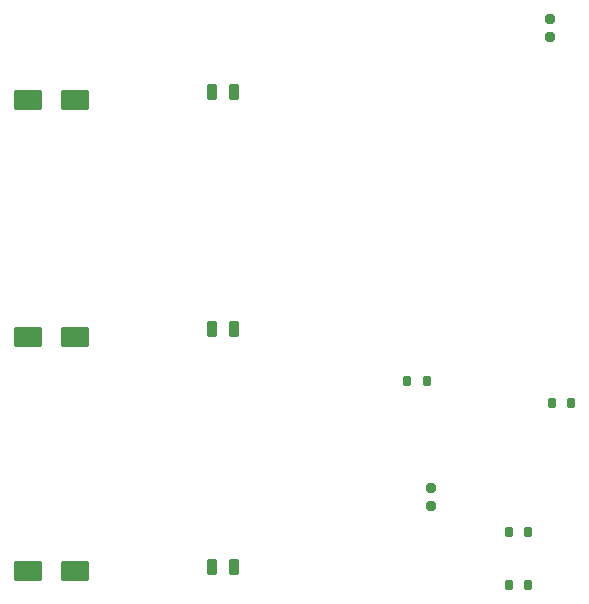
<source format=gbr>
%TF.GenerationSoftware,KiCad,Pcbnew,7.0.5*%
%TF.CreationDate,2023-07-07T20:15:01+07:00*%
%TF.ProjectId,Intership_board,496e7465-7273-4686-9970-5f626f617264,rev?*%
%TF.SameCoordinates,Original*%
%TF.FileFunction,Paste,Bot*%
%TF.FilePolarity,Positive*%
%FSLAX46Y46*%
G04 Gerber Fmt 4.6, Leading zero omitted, Abs format (unit mm)*
G04 Created by KiCad (PCBNEW 7.0.5) date 2023-07-07 20:15:01*
%MOMM*%
%LPD*%
G01*
G04 APERTURE LIST*
G04 Aperture macros list*
%AMRoundRect*
0 Rectangle with rounded corners*
0 $1 Rounding radius*
0 $2 $3 $4 $5 $6 $7 $8 $9 X,Y pos of 4 corners*
0 Add a 4 corners polygon primitive as box body*
4,1,4,$2,$3,$4,$5,$6,$7,$8,$9,$2,$3,0*
0 Add four circle primitives for the rounded corners*
1,1,$1+$1,$2,$3*
1,1,$1+$1,$4,$5*
1,1,$1+$1,$6,$7*
1,1,$1+$1,$8,$9*
0 Add four rect primitives between the rounded corners*
20,1,$1+$1,$2,$3,$4,$5,0*
20,1,$1+$1,$4,$5,$6,$7,0*
20,1,$1+$1,$6,$7,$8,$9,0*
20,1,$1+$1,$8,$9,$2,$3,0*%
G04 Aperture macros list end*
%ADD10RoundRect,0.199200X1.000000X0.650000X-1.000000X0.650000X-1.000000X-0.650000X1.000000X-0.650000X0*%
%ADD11RoundRect,0.174200X-0.250000X0.225000X-0.250000X-0.225000X0.250000X-0.225000X0.250000X0.225000X0*%
%ADD12RoundRect,0.149200X-0.200000X-0.275000X0.200000X-0.275000X0.200000X0.275000X-0.200000X0.275000X0*%
%ADD13RoundRect,0.149200X0.200000X0.275000X-0.200000X0.275000X-0.200000X-0.275000X0.200000X-0.275000X0*%
%ADD14RoundRect,0.174200X0.250000X-0.225000X0.250000X0.225000X-0.250000X0.225000X-0.250000X-0.225000X0*%
%ADD15RoundRect,0.199200X0.262500X0.450000X-0.262500X0.450000X-0.262500X-0.450000X0.262500X-0.450000X0*%
G04 APERTURE END LIST*
D10*
%TO.C,D5*%
X56028000Y-114683368D03*
X52028000Y-114683368D03*
%TD*%
D11*
%TO.C,C12*%
X96242800Y-87759368D03*
X96242800Y-89309368D03*
%TD*%
D12*
%TO.C,R6*%
X96345000Y-120253368D03*
X97995000Y-120253368D03*
%TD*%
D13*
%TO.C,R8*%
X94350000Y-135651368D03*
X92700000Y-135651368D03*
%TD*%
D14*
%TO.C,C16*%
X86108200Y-128984168D03*
X86108200Y-127434168D03*
%TD*%
D12*
%TO.C,R9*%
X84140200Y-118379368D03*
X85790200Y-118379368D03*
%TD*%
D10*
%TO.C,D6*%
X56028000Y-134495368D03*
X52028000Y-134495368D03*
%TD*%
%TO.C,D4*%
X56028000Y-94617368D03*
X52028000Y-94617368D03*
%TD*%
D15*
%TO.C,R12*%
X69418500Y-93982368D03*
X67593500Y-93982368D03*
%TD*%
%TO.C,R14*%
X69418500Y-114048368D03*
X67593500Y-114048368D03*
%TD*%
D13*
%TO.C,R7*%
X94350000Y-131206368D03*
X92700000Y-131206368D03*
%TD*%
D15*
%TO.C,R16*%
X69418500Y-134127368D03*
X67593500Y-134127368D03*
%TD*%
M02*

</source>
